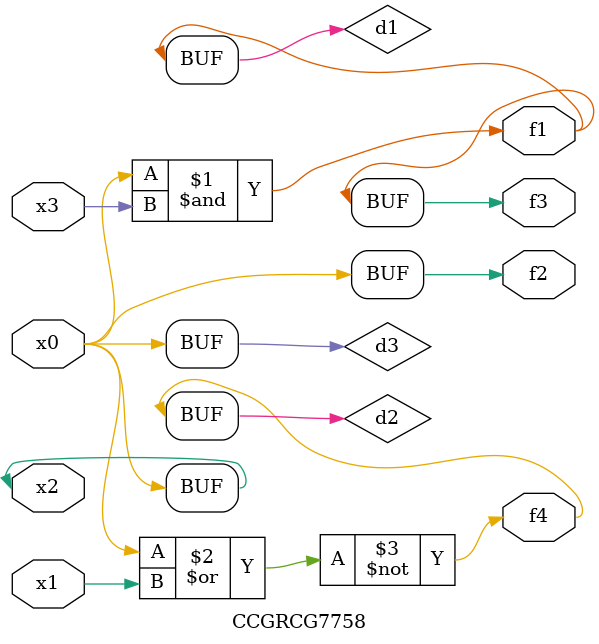
<source format=v>
module CCGRCG7758(
	input x0, x1, x2, x3,
	output f1, f2, f3, f4
);

	wire d1, d2, d3;

	and (d1, x2, x3);
	nor (d2, x0, x1);
	buf (d3, x0, x2);
	assign f1 = d1;
	assign f2 = d3;
	assign f3 = d1;
	assign f4 = d2;
endmodule

</source>
